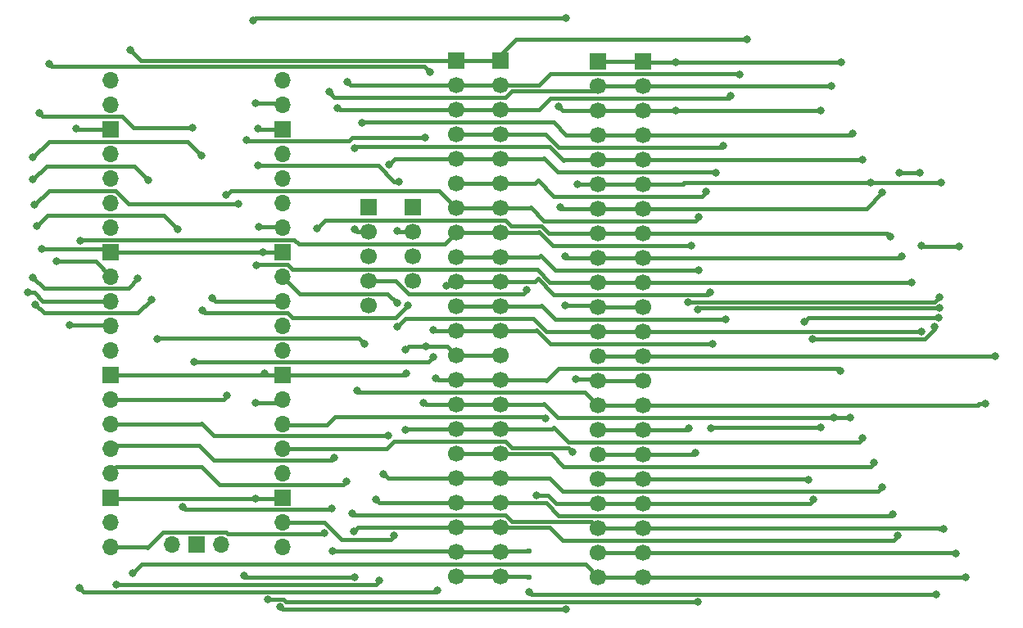
<source format=gbr>
%TF.GenerationSoftware,KiCad,Pcbnew,9.0.3-1.fc42*%
%TF.CreationDate,2025-11-28T05:18:47+00:00*%
%TF.ProjectId,qfp_1mm_44_pin,7166705f-316d-46d5-9f34-345f70696e2e,rev?*%
%TF.SameCoordinates,Original*%
%TF.FileFunction,Copper,L2,Bot*%
%TF.FilePolarity,Positive*%
%FSLAX46Y46*%
G04 Gerber Fmt 4.6, Leading zero omitted, Abs format (unit mm)*
G04 Created by KiCad (PCBNEW 9.0.3-1.fc42) date 2025-11-28 05:18:47*
%MOMM*%
%LPD*%
G01*
G04 APERTURE LIST*
%TA.AperFunction,ComponentPad*%
%ADD10O,1.700000X1.700000*%
%TD*%
%TA.AperFunction,ComponentPad*%
%ADD11R,1.700000X1.700000*%
%TD*%
%TA.AperFunction,ComponentPad*%
%ADD12C,1.700000*%
%TD*%
%TA.AperFunction,ViaPad*%
%ADD13C,0.800000*%
%TD*%
%TA.AperFunction,ViaPad*%
%ADD14C,0.600000*%
%TD*%
%TA.AperFunction,Conductor*%
%ADD15C,0.400000*%
%TD*%
G04 APERTURE END LIST*
D10*
%TO.P,U1,43,SWDIO*%
%TO.N,unconnected-(U1-SWDIO-Pad43)*%
X96630000Y-103920000D03*
D11*
%TO.P,U1,42,GND*%
%TO.N,unconnected-(U1-GND-Pad42)*%
X94090000Y-103920000D03*
D10*
%TO.P,U1,41,SWCLK*%
%TO.N,unconnected-(U1-SWCLK-Pad41)*%
X91550000Y-103920000D03*
%TO.P,U1,40,VBUS*%
%TO.N,unconnected-(U1-VBUS-Pad40)*%
X102980000Y-55890000D03*
%TO.P,U1,39,VSYS*%
%TO.N,+5V*%
X102980000Y-58430000D03*
D11*
%TO.P,U1,38,GND*%
%TO.N,GND*%
X102980000Y-60970000D03*
D10*
%TO.P,U1,37,3V3_EN*%
%TO.N,unconnected-(U1-3V3_EN-Pad37)*%
X102980000Y-63510000D03*
%TO.P,U1,36,3V3*%
%TO.N,unconnected-(U1-3V3-Pad36)*%
X102980000Y-66050000D03*
%TO.P,U1,35,ADC_VREF*%
%TO.N,unconnected-(U1-ADC_VREF-Pad35)*%
X102980000Y-68590000D03*
%TO.P,U1,34,GPIO28_ADC2*%
%TO.N,Net-(J5-Pin_2)*%
X102980000Y-71130000D03*
D11*
%TO.P,U1,33,AGND*%
%TO.N,GND*%
X102980000Y-73670000D03*
D10*
%TO.P,U1,32,GPIO27_ADC1*%
%TO.N,Net-(J5-Pin_3)*%
X102980000Y-76210000D03*
%TO.P,U1,31,GPIO26_ADC0*%
%TO.N,Net-(J5-Pin_4)*%
X102980000Y-78750000D03*
%TO.P,U1,30,RUN*%
%TO.N,unconnected-(U1-RUN-Pad30)*%
X102980000Y-81290000D03*
%TO.P,U1,29,GPIO22*%
%TO.N,A14*%
X102980000Y-83830000D03*
D11*
%TO.P,U1,28,GND*%
%TO.N,GND*%
X102980000Y-86370000D03*
D10*
%TO.P,U1,27,GPIO21*%
%TO.N,A13*%
X102980000Y-88910000D03*
%TO.P,U1,26,GPIO20*%
%TO.N,A12*%
X102980000Y-91450000D03*
%TO.P,U1,25,GPIO19*%
%TO.N,A11*%
X102980000Y-93990000D03*
%TO.P,U1,24,GPIO18*%
%TO.N,A10*%
X102980000Y-96530000D03*
D11*
%TO.P,U1,23,GND*%
%TO.N,GND*%
X102980000Y-99070000D03*
D10*
%TO.P,U1,22,GPIO17*%
%TO.N,A9*%
X102980000Y-101610000D03*
%TO.P,U1,21,GPIO16*%
%TO.N,A8*%
X102980000Y-104150000D03*
%TO.P,U1,20,GPIO15*%
%TO.N,A7*%
X85200000Y-104150000D03*
%TO.P,U1,19,GPIO14*%
%TO.N,A6*%
X85200000Y-101610000D03*
D11*
%TO.P,U1,18,GND*%
%TO.N,GND*%
X85200000Y-99070000D03*
D10*
%TO.P,U1,17,GPIO13*%
%TO.N,A5*%
X85200000Y-96530000D03*
%TO.P,U1,16,GPIO12*%
%TO.N,A4*%
X85200000Y-93990000D03*
%TO.P,U1,15,GPIO11*%
%TO.N,A3*%
X85200000Y-91450000D03*
%TO.P,U1,14,GPIO10*%
%TO.N,A2*%
X85200000Y-88910000D03*
D11*
%TO.P,U1,13,GND*%
%TO.N,GND*%
X85200000Y-86370000D03*
D10*
%TO.P,U1,12,GPIO9*%
%TO.N,A1*%
X85200000Y-83830000D03*
%TO.P,U1,11,GPIO8*%
%TO.N,A0*%
X85200000Y-81290000D03*
%TO.P,U1,10,GPIO7*%
%TO.N,Net-(U1-GPIO7)*%
X85200000Y-78750000D03*
%TO.P,U1,9,GPIO6*%
%TO.N,Net-(U1-GPIO6)*%
X85200000Y-76210000D03*
D11*
%TO.P,U1,8,GND*%
%TO.N,GND*%
X85200000Y-73670000D03*
D10*
%TO.P,U1,7,GPIO5*%
%TO.N,Net-(U1-GPIO5)*%
X85200000Y-71130000D03*
%TO.P,U1,6,GPIO4*%
%TO.N,Net-(U1-GPIO4)*%
X85200000Y-68590000D03*
%TO.P,U1,5,GPIO3*%
%TO.N,Net-(U1-GPIO3)*%
X85200000Y-66050000D03*
%TO.P,U1,4,GPIO2*%
%TO.N,Net-(U1-GPIO2)*%
X85200000Y-63510000D03*
D11*
%TO.P,U1,3,GND*%
%TO.N,GND*%
X85200000Y-60970000D03*
D10*
%TO.P,U1,2,GPIO1*%
%TO.N,Net-(U1-GPIO1)*%
X85200000Y-58430000D03*
%TO.P,U1,1,GPIO0*%
%TO.N,Net-(U1-GPIO0)*%
X85200000Y-55890000D03*
%TD*%
D11*
%TO.P,J6,1,Pin_1*%
%TO.N,CSA*%
X111890000Y-69080000D03*
D12*
%TO.P,J6,2,Pin_2*%
%TO.N,CSB*%
X111890000Y-71620000D03*
%TO.P,J6,3,Pin_3*%
%TO.N,OE*%
X111890000Y-74160000D03*
%TO.P,J6,4,Pin_4*%
%TO.N,CE*%
X111890000Y-76700000D03*
%TO.P,J6,5,Pin_5*%
%TO.N,CE3*%
X111890000Y-79240000D03*
%TD*%
D11*
%TO.P,J5,1,Pin_1*%
%TO.N,unconnected-(J5-Pin_1-Pad1)*%
X116480000Y-69080000D03*
D12*
%TO.P,J5,2,Pin_2*%
%TO.N,Net-(J5-Pin_2)*%
X116480000Y-71620000D03*
%TO.P,J5,3,Pin_3*%
%TO.N,Net-(J5-Pin_3)*%
X116480000Y-74160000D03*
%TO.P,J5,4,Pin_4*%
%TO.N,Net-(J5-Pin_4)*%
X116480000Y-76700000D03*
%TD*%
D11*
%TO.P,J4,1,Pin_1*%
%TO.N,A12*%
X140210000Y-53960000D03*
D12*
%TO.P,J4,2,Pin_2*%
%TO.N,A7*%
X140210000Y-56500000D03*
%TO.P,J4,3,Pin_3*%
%TO.N,A12*%
X140210000Y-59040000D03*
%TO.P,J4,4,Pin_4*%
%TO.N,CSA*%
X140210000Y-61580000D03*
%TO.P,J4,5,Pin_5*%
%TO.N,CSB*%
X140210000Y-64120000D03*
%TO.P,J4,6,Pin_6*%
%TO.N,A11*%
X140210000Y-66660000D03*
%TO.P,J4,7,Pin_7*%
%TO.N,+5V*%
X140210000Y-69200000D03*
%TO.P,J4,8,Pin_8*%
%TO.N,A14*%
X140210000Y-71740000D03*
%TO.P,J4,9,Pin_9*%
%TO.N,A8*%
X140210000Y-74280000D03*
%TO.P,J4,10,Pin_10*%
%TO.N,A13*%
X140210000Y-76820000D03*
%TO.P,J4,11,Pin_11*%
%TO.N,A8*%
X140210000Y-79360000D03*
%TO.P,J4,12,Pin_12*%
%TO.N,A9*%
X140210000Y-81900000D03*
%TO.P,J4,13,Pin_13*%
%TO.N,Net-(J3-Pin_13)*%
X140210000Y-84440000D03*
%TO.P,J4,14,Pin_14*%
%TO.N,A11*%
X140210000Y-86980000D03*
%TO.P,J4,15,Pin_15*%
%TO.N,OE*%
X140210000Y-89520000D03*
%TO.P,J4,16,Pin_16*%
%TO.N,Net-(J3-Pin_16)*%
X140210000Y-92060000D03*
%TO.P,J4,17,Pin_17*%
%TO.N,A10*%
X140210000Y-94600000D03*
%TO.P,J4,18,Pin_18*%
%TO.N,Net-(J3-Pin_18)*%
X140210000Y-97140000D03*
%TO.P,J4,19,Pin_19*%
%TO.N,CE*%
X140210000Y-99680000D03*
%TO.P,J4,20,Pin_20*%
%TO.N,D7*%
X140210000Y-102220000D03*
%TO.P,J4,21,Pin_21*%
%TO.N,Net-(J3-Pin_21)*%
X140210000Y-104760000D03*
%TO.P,J4,22,Pin_22*%
%TO.N,D6*%
X140210000Y-107300000D03*
%TD*%
D11*
%TO.P,J3,1,Pin_1*%
%TO.N,A12*%
X135620000Y-53960000D03*
D12*
%TO.P,J3,2,Pin_2*%
%TO.N,A7*%
X135620000Y-56500000D03*
%TO.P,J3,3,Pin_3*%
%TO.N,A12*%
X135620000Y-59040000D03*
%TO.P,J3,4,Pin_4*%
%TO.N,CSA*%
X135620000Y-61580000D03*
%TO.P,J3,5,Pin_5*%
%TO.N,CSB*%
X135620000Y-64120000D03*
%TO.P,J3,6,Pin_6*%
%TO.N,A11*%
X135620000Y-66660000D03*
%TO.P,J3,7,Pin_7*%
%TO.N,+5V*%
X135620000Y-69200000D03*
%TO.P,J3,8,Pin_8*%
%TO.N,A14*%
X135620000Y-71740000D03*
%TO.P,J3,9,Pin_9*%
%TO.N,A8*%
X135620000Y-74280000D03*
%TO.P,J3,10,Pin_10*%
%TO.N,A13*%
X135620000Y-76820000D03*
%TO.P,J3,11,Pin_11*%
%TO.N,A8*%
X135620000Y-79360000D03*
%TO.P,J3,12,Pin_12*%
%TO.N,A9*%
X135620000Y-81900000D03*
%TO.P,J3,13,Pin_13*%
%TO.N,Net-(J3-Pin_13)*%
X135620000Y-84440000D03*
%TO.P,J3,14,Pin_14*%
%TO.N,A11*%
X135620000Y-86980000D03*
%TO.P,J3,15,Pin_15*%
%TO.N,OE*%
X135620000Y-89520000D03*
%TO.P,J3,16,Pin_16*%
%TO.N,Net-(J3-Pin_16)*%
X135620000Y-92060000D03*
%TO.P,J3,17,Pin_17*%
%TO.N,A10*%
X135620000Y-94600000D03*
%TO.P,J3,18,Pin_18*%
%TO.N,Net-(J3-Pin_18)*%
X135620000Y-97140000D03*
%TO.P,J3,19,Pin_19*%
%TO.N,CE*%
X135620000Y-99680000D03*
%TO.P,J3,20,Pin_20*%
%TO.N,D7*%
X135620000Y-102220000D03*
%TO.P,J3,21,Pin_21*%
%TO.N,Net-(J3-Pin_21)*%
X135620000Y-104760000D03*
%TO.P,J3,22,Pin_22*%
%TO.N,D6*%
X135620000Y-107300000D03*
%TD*%
D11*
%TO.P,J2,1,Pin_1*%
%TO.N,A6*%
X125520000Y-53900000D03*
D12*
%TO.P,J2,2,Pin_2*%
%TO.N,A5*%
X125520000Y-56440000D03*
%TO.P,J2,3,Pin_3*%
%TO.N,A4*%
X125520000Y-58980000D03*
%TO.P,J2,4,Pin_4*%
%TO.N,Net-(J1-Pin_4)*%
X125520000Y-61520000D03*
%TO.P,J2,5,Pin_5*%
%TO.N,A3*%
X125520000Y-64060000D03*
%TO.P,J2,6,Pin_6*%
%TO.N,Net-(J1-Pin_6)*%
X125520000Y-66600000D03*
%TO.P,J2,7,Pin_7*%
%TO.N,A2*%
X125520000Y-69140000D03*
%TO.P,J2,8,Pin_8*%
%TO.N,A1*%
X125520000Y-71680000D03*
%TO.P,J2,9,Pin_9*%
%TO.N,Net-(J1-Pin_9)*%
X125520000Y-74220000D03*
%TO.P,J2,10,Pin_10*%
%TO.N,A0*%
X125520000Y-76760000D03*
%TO.P,J2,11,Pin_11*%
%TO.N,Net-(J1-Pin_11)*%
X125520000Y-79300000D03*
%TO.P,J2,12,Pin_12*%
%TO.N,D0*%
X125520000Y-81840000D03*
%TO.P,J2,13,Pin_13*%
%TO.N,D2*%
X125520000Y-84380000D03*
%TO.P,J2,14,Pin_14*%
%TO.N,D1*%
X125520000Y-86920000D03*
%TO.P,J2,15,Pin_15*%
%TO.N,D2*%
X125520000Y-89460000D03*
%TO.P,J2,16,Pin_16*%
%TO.N,GND*%
X125520000Y-92000000D03*
%TO.P,J2,17,Pin_17*%
%TO.N,Net-(J1-Pin_17)*%
X125520000Y-94540000D03*
%TO.P,J2,18,Pin_18*%
%TO.N,D3*%
X125520000Y-97080000D03*
%TO.P,J2,19,Pin_19*%
%TO.N,CE3*%
X125520000Y-99620000D03*
%TO.P,J2,20,Pin_20*%
%TO.N,D4*%
X125520000Y-102160000D03*
%TO.P,J2,21,Pin_21*%
%TO.N,D5*%
X125520000Y-104700000D03*
%TO.P,J2,22,Pin_22*%
X125520000Y-107240000D03*
%TD*%
D11*
%TO.P,J1,1,Pin_1*%
%TO.N,A6*%
X120930000Y-53900000D03*
D12*
%TO.P,J1,2,Pin_2*%
%TO.N,A5*%
X120930000Y-56440000D03*
%TO.P,J1,3,Pin_3*%
%TO.N,A4*%
X120930000Y-58980000D03*
%TO.P,J1,4,Pin_4*%
%TO.N,Net-(J1-Pin_4)*%
X120930000Y-61520000D03*
%TO.P,J1,5,Pin_5*%
%TO.N,A3*%
X120930000Y-64060000D03*
%TO.P,J1,6,Pin_6*%
%TO.N,Net-(J1-Pin_6)*%
X120930000Y-66600000D03*
%TO.P,J1,7,Pin_7*%
%TO.N,A2*%
X120930000Y-69140000D03*
%TO.P,J1,8,Pin_8*%
%TO.N,A1*%
X120930000Y-71680000D03*
%TO.P,J1,9,Pin_9*%
%TO.N,Net-(J1-Pin_9)*%
X120930000Y-74220000D03*
%TO.P,J1,10,Pin_10*%
%TO.N,A0*%
X120930000Y-76760000D03*
%TO.P,J1,11,Pin_11*%
%TO.N,Net-(J1-Pin_11)*%
X120930000Y-79300000D03*
%TO.P,J1,12,Pin_12*%
%TO.N,D0*%
X120930000Y-81840000D03*
%TO.P,J1,13,Pin_13*%
%TO.N,D2*%
X120930000Y-84380000D03*
%TO.P,J1,14,Pin_14*%
%TO.N,D1*%
X120930000Y-86920000D03*
%TO.P,J1,15,Pin_15*%
%TO.N,D2*%
X120930000Y-89460000D03*
%TO.P,J1,16,Pin_16*%
%TO.N,GND*%
X120930000Y-92000000D03*
%TO.P,J1,17,Pin_17*%
%TO.N,Net-(J1-Pin_17)*%
X120930000Y-94540000D03*
%TO.P,J1,18,Pin_18*%
%TO.N,D3*%
X120930000Y-97080000D03*
%TO.P,J1,19,Pin_19*%
%TO.N,CE3*%
X120930000Y-99620000D03*
%TO.P,J1,20,Pin_20*%
%TO.N,D4*%
X120930000Y-102160000D03*
%TO.P,J1,21,Pin_21*%
%TO.N,D5*%
X120930000Y-104700000D03*
%TO.P,J1,22,Pin_22*%
X120930000Y-107240000D03*
%TD*%
D13*
%TO.N,GND*%
X81661000Y-60960000D03*
X78105000Y-73406000D03*
%TO.N,Net-(U1-GPIO7)*%
X76708000Y-77851000D03*
%TO.N,Net-(U1-GPIO6)*%
X79629000Y-74676000D03*
%TO.N,D1*%
X77851000Y-59309000D03*
%TO.N,D2*%
X77216000Y-63881000D03*
%TO.N,D3*%
X77216000Y-66167000D03*
%TO.N,D4*%
X77343000Y-68834000D03*
%TO.N,D5*%
X77597000Y-70993000D03*
%TO.N,D6*%
X77216000Y-76327000D03*
%TO.N,D7*%
X77470000Y-79121000D03*
%TO.N,D0*%
X78867000Y-54229000D03*
%TO.N,GND*%
X100457000Y-60960000D03*
%TO.N,+5V*%
X132334000Y-49530000D03*
X131699000Y-69088000D03*
X99949000Y-49784000D03*
X100203000Y-58293000D03*
%TO.N,Net-(J5-Pin_4)*%
X117729000Y-61849000D03*
X99314000Y-62103000D03*
X95758000Y-78486000D03*
%TO.N,Net-(J5-Pin_3)*%
X114846000Y-78994000D03*
%TO.N,GND*%
X100965000Y-73670000D03*
%TO.N,A0*%
X118999000Y-108712000D03*
X82042000Y-108458000D03*
X81026000Y-81280000D03*
X119939085Y-77211000D03*
%TO.N,Net-(J5-Pin_2)*%
X114846000Y-71501000D03*
X100584000Y-71120000D03*
X100457000Y-64770000D03*
X115062000Y-66421000D03*
%TO.N,A1*%
X82058703Y-72475575D03*
%TO.N,D0*%
X118237000Y-55118000D03*
X118618000Y-81788000D03*
%TO.N,D2*%
X115697000Y-83820000D03*
X94742000Y-79756000D03*
X94653000Y-63754000D03*
X115951000Y-79248000D03*
X117856000Y-83439000D03*
X117602000Y-89281000D03*
%TO.N,D1*%
X118618000Y-84582000D03*
X118872000Y-86741000D03*
X93853000Y-85090000D03*
X93726000Y-60833000D03*
%TO.N,GND*%
X100203000Y-99187000D03*
X101130000Y-86233000D03*
X115824000Y-86233000D03*
X115697000Y-92075000D03*
%TO.N,A10*%
X145923000Y-109893000D03*
X101473000Y-109601000D03*
%TO.N,CE*%
X128270000Y-77597000D03*
X129286000Y-98820000D03*
%TO.N,A11*%
X133007000Y-94361000D03*
X133350000Y-86868000D03*
X133477000Y-66675000D03*
%TO.N,A8*%
X102743000Y-110363000D03*
X132334000Y-110617000D03*
%TO.N,A13*%
X100330000Y-75057000D03*
X100203000Y-89281000D03*
%TO.N,A14*%
X106515000Y-71247000D03*
%TO.N,A9*%
X114846000Y-81407000D03*
X114554000Y-102997000D03*
%TO.N,D3*%
X85852000Y-108077000D03*
X113449000Y-96647000D03*
X89154000Y-66294000D03*
X113030000Y-107696000D03*
%TO.N,CE3*%
X112649000Y-99314000D03*
%TO.N,D4*%
X99060000Y-107188000D03*
X98425000Y-68707000D03*
X110363000Y-102616000D03*
X110490000Y-107315000D03*
%TO.N,D7*%
X90043000Y-82677000D03*
X110236000Y-100711000D03*
X111439000Y-83185000D03*
X89412000Y-78613000D03*
%TO.N,D5*%
X92202000Y-71374000D03*
X92710000Y-100076000D03*
X108204000Y-104648000D03*
X108115000Y-100203000D03*
%TO.N,D6*%
X88049000Y-76454000D03*
X87503000Y-106934000D03*
%TO.N,A2*%
X97282000Y-88519000D03*
X97155000Y-67818000D03*
%TO.N,OE*%
X110744000Y-88011000D03*
%TO.N,A12*%
X131572000Y-58674000D03*
X130175000Y-90932000D03*
%TO.N,A7*%
X107823000Y-57150000D03*
X107315000Y-102743000D03*
%TO.N,A3*%
X114046000Y-64643000D03*
X113919000Y-92710000D03*
%TO.N,A4*%
X108712000Y-58801000D03*
X108331000Y-94996000D03*
%TO.N,A5*%
X109601000Y-97409000D03*
X109728000Y-56134000D03*
%TO.N,A6*%
X87249000Y-52832000D03*
%TO.N,D0*%
X147320000Y-91948000D03*
X158623000Y-91821000D03*
X147447000Y-83185000D03*
%TO.N,D2*%
X160020000Y-90805000D03*
%TO.N,D1*%
X160655000Y-85979000D03*
%TO.N,D2*%
X161671000Y-90805000D03*
%TO.N,GND*%
X162941000Y-92964000D03*
%TO.N,Net-(J1-Pin_17)*%
X164100000Y-95504000D03*
%TO.N,D3*%
X164973000Y-98044000D03*
%TO.N,CE3*%
X166100000Y-100838000D03*
%TO.N,D4*%
X166624000Y-103020000D03*
%TO.N,D5*%
X128524000Y-108839000D03*
X170561000Y-109093000D03*
%TO.N,D7*%
X171323000Y-102362000D03*
%TO.N,Net-(J3-Pin_21)*%
X172593000Y-104902000D03*
%TO.N,D6*%
X173609000Y-107315000D03*
%TO.N,CE*%
X170428698Y-81420235D03*
X157772000Y-82700000D03*
X157861000Y-99314000D03*
%TO.N,Net-(J3-Pin_18)*%
X156972000Y-80899000D03*
X157353000Y-97282000D03*
X170800578Y-80491951D03*
%TO.N,A10*%
X145923000Y-79671000D03*
X170942000Y-79502000D03*
X145669000Y-94488000D03*
%TO.N,Net-(J3-Pin_16)*%
X144907000Y-78871000D03*
X170942000Y-78359000D03*
X145034000Y-91948000D03*
%TO.N,OE*%
X175641000Y-89408000D03*
%TO.N,Net-(J3-Pin_13)*%
X176657000Y-84455000D03*
%TO.N,A9*%
X172974000Y-73152000D03*
X169037000Y-81915000D03*
X169037000Y-73025000D03*
%TO.N,A11*%
X171069000Y-66548000D03*
%TO.N,A8*%
X166751000Y-65532000D03*
X168910000Y-65532000D03*
%TO.N,A13*%
X168021000Y-76835000D03*
%TO.N,A8*%
X132207000Y-79248000D03*
X132207000Y-74168000D03*
X167005000Y-74168000D03*
%TO.N,A14*%
X165862000Y-72136000D03*
%TO.N,+5V*%
X164973000Y-67564000D03*
%TO.N,A11*%
X163830000Y-66548000D03*
%TO.N,CSB*%
X162941000Y-64135000D03*
%TO.N,CSA*%
X161925000Y-61468000D03*
%TO.N,A12*%
X160782000Y-54102000D03*
%TO.N,A7*%
X159766000Y-56515000D03*
%TO.N,A12*%
X158623000Y-59055000D03*
%TO.N,Net-(J1-Pin_11)*%
X148844000Y-80645000D03*
%TO.N,A0*%
X147193000Y-77851000D03*
%TO.N,Net-(J1-Pin_9)*%
X146050000Y-75565000D03*
%TO.N,A1*%
X145212000Y-73025000D03*
%TO.N,A2*%
X146012000Y-70104000D03*
%TO.N,Net-(J1-Pin_6)*%
X146812000Y-67437000D03*
%TO.N,A3*%
X147752000Y-65532000D03*
%TO.N,Net-(J1-Pin_4)*%
X148552000Y-62738000D03*
%TO.N,A4*%
X149352000Y-57531000D03*
%TO.N,A5*%
X150241000Y-55372000D03*
%TO.N,A6*%
X151003000Y-51689000D03*
%TO.N,CSA*%
X111252000Y-60325000D03*
%TO.N,CSB*%
X110490000Y-71374000D03*
X110490000Y-62992000D03*
%TO.N,A12*%
X143637000Y-54102000D03*
X143637000Y-59055000D03*
D14*
%TO.N,D5*%
X128524000Y-104648000D03*
X128524000Y-107315000D03*
%TD*%
D15*
%TO.N,GND*%
X78105000Y-73406000D02*
X84936000Y-73406000D01*
X85200000Y-60970000D02*
X81671000Y-60970000D01*
X81671000Y-60970000D02*
X81661000Y-60960000D01*
X84936000Y-73406000D02*
X85200000Y-73670000D01*
%TO.N,Net-(U1-GPIO7)*%
X76708000Y-77851000D02*
X77332786Y-77851000D01*
X77332786Y-77851000D02*
X78231786Y-78750000D01*
X78231786Y-78750000D02*
X85200000Y-78750000D01*
%TO.N,Net-(U1-GPIO6)*%
X79629000Y-74676000D02*
X83666000Y-74676000D01*
X83666000Y-74676000D02*
X85200000Y-76210000D01*
%TO.N,D1*%
X78223000Y-59681000D02*
X77851000Y-59309000D01*
X86413000Y-59681000D02*
X78223000Y-59681000D01*
X87565000Y-60833000D02*
X86413000Y-59681000D01*
X93726000Y-60833000D02*
X87565000Y-60833000D01*
%TO.N,D2*%
X78838000Y-62259000D02*
X77216000Y-63881000D01*
X93158000Y-62259000D02*
X78838000Y-62259000D01*
X94653000Y-63754000D02*
X93158000Y-62259000D01*
%TO.N,D3*%
X78584000Y-64799000D02*
X77216000Y-66167000D01*
X87659000Y-64799000D02*
X78584000Y-64799000D01*
X89154000Y-66294000D02*
X87659000Y-64799000D01*
%TO.N,D4*%
X78838000Y-67339000D02*
X77343000Y-68834000D01*
X85718182Y-67339000D02*
X78838000Y-67339000D01*
X87086182Y-68707000D02*
X85718182Y-67339000D01*
X98425000Y-68707000D02*
X87086182Y-68707000D01*
%TO.N,D5*%
X78711000Y-69879000D02*
X77597000Y-70993000D01*
X90707000Y-69879000D02*
X78711000Y-69879000D01*
X92202000Y-71374000D02*
X90707000Y-69879000D01*
%TO.N,D6*%
X78350000Y-77461000D02*
X77216000Y-76327000D01*
X87042000Y-77461000D02*
X78350000Y-77461000D01*
X88049000Y-76454000D02*
X87042000Y-77461000D01*
%TO.N,D7*%
X78350000Y-80001000D02*
X77470000Y-79121000D01*
X88024000Y-80001000D02*
X78350000Y-80001000D01*
X89412000Y-78613000D02*
X88024000Y-80001000D01*
%TO.N,D0*%
X79139000Y-54501000D02*
X78867000Y-54229000D01*
X86589000Y-54501000D02*
X79139000Y-54501000D01*
%TO.N,GND*%
X100467000Y-60970000D02*
X100457000Y-60960000D01*
X102980000Y-60970000D02*
X100467000Y-60970000D01*
%TO.N,+5V*%
X131811000Y-69200000D02*
X131699000Y-69088000D01*
X135620000Y-69200000D02*
X131811000Y-69200000D01*
X102843000Y-58293000D02*
X102980000Y-58430000D01*
X132334000Y-49530000D02*
X100203000Y-49530000D01*
X100203000Y-49530000D02*
X99949000Y-49784000D01*
X100203000Y-58293000D02*
X102843000Y-58293000D01*
%TO.N,Net-(J5-Pin_4)*%
X95758000Y-78486000D02*
X96022000Y-78750000D01*
X109864000Y-62221000D02*
X99432000Y-62221000D01*
X117729000Y-61849000D02*
X110236000Y-61849000D01*
X99432000Y-62221000D02*
X99314000Y-62103000D01*
X110236000Y-61849000D02*
X109864000Y-62221000D01*
X96022000Y-78750000D02*
X102980000Y-78750000D01*
%TO.N,CE*%
X111890000Y-76700000D02*
X114710818Y-76700000D01*
X114710818Y-76700000D02*
X116021818Y-78011000D01*
X116021818Y-78011000D02*
X127856000Y-78011000D01*
X127856000Y-78011000D02*
X128270000Y-77597000D01*
%TO.N,Net-(J5-Pin_3)*%
X114846000Y-78994000D02*
X113841000Y-77989000D01*
X113841000Y-77989000D02*
X104759000Y-77989000D01*
X104759000Y-77989000D02*
X102980000Y-76210000D01*
%TO.N,GND*%
X102980000Y-73670000D02*
X100965000Y-73670000D01*
X100965000Y-73670000D02*
X85200000Y-73670000D01*
X101130000Y-86233000D02*
X100993000Y-86370000D01*
X100993000Y-86370000D02*
X85200000Y-86370000D01*
X100203000Y-99187000D02*
X85317000Y-99187000D01*
X85317000Y-99187000D02*
X85200000Y-99070000D01*
%TO.N,A0*%
X86261786Y-108800000D02*
X86183786Y-108878000D01*
X118999000Y-108712000D02*
X118911000Y-108800000D01*
X120930000Y-76760000D02*
X120390085Y-76760000D01*
X85190000Y-81280000D02*
X85200000Y-81290000D01*
X86183786Y-108878000D02*
X82462000Y-108878000D01*
X120390085Y-76760000D02*
X119939085Y-77211000D01*
X118911000Y-108800000D02*
X86261786Y-108800000D01*
X82462000Y-108878000D02*
X82042000Y-108458000D01*
X81026000Y-81280000D02*
X85190000Y-81280000D01*
%TO.N,Net-(J5-Pin_2)*%
X112903000Y-64770000D02*
X100457000Y-64770000D01*
X114554000Y-66421000D02*
X112903000Y-64770000D01*
X115062000Y-66421000D02*
X114554000Y-66421000D01*
X114965000Y-71620000D02*
X114846000Y-71501000D01*
X102970000Y-71120000D02*
X102980000Y-71130000D01*
X116480000Y-71620000D02*
X114965000Y-71620000D01*
X100584000Y-71120000D02*
X102970000Y-71120000D01*
%TO.N,A1*%
X82134366Y-72399912D02*
X82058703Y-72475575D01*
X104211912Y-72399912D02*
X82134366Y-72399912D01*
X104683000Y-72871000D02*
X104211912Y-72399912D01*
X119739000Y-72871000D02*
X104683000Y-72871000D01*
X120930000Y-71680000D02*
X119739000Y-72871000D01*
%TO.N,D0*%
X120930000Y-81840000D02*
X118670000Y-81840000D01*
X118670000Y-81840000D02*
X118618000Y-81788000D01*
X118237000Y-55118000D02*
X117620000Y-54501000D01*
X117620000Y-54501000D02*
X86589000Y-54501000D01*
%TO.N,D2*%
X115951000Y-79248000D02*
X114708000Y-80491000D01*
X103498182Y-80001000D02*
X94987000Y-80001000D01*
X114708000Y-80491000D02*
X103988182Y-80491000D01*
X116078000Y-83439000D02*
X115697000Y-83820000D01*
X117856000Y-83439000D02*
X116078000Y-83439000D01*
X94987000Y-80001000D02*
X94742000Y-79756000D01*
X103988182Y-80491000D02*
X103498182Y-80001000D01*
X117856000Y-83439000D02*
X119989000Y-83439000D01*
X120930000Y-89460000D02*
X117781000Y-89460000D01*
X119989000Y-83439000D02*
X120930000Y-84380000D01*
X117781000Y-89460000D02*
X117602000Y-89281000D01*
%TO.N,D1*%
X120930000Y-86920000D02*
X119051000Y-86920000D01*
X118618000Y-84582000D02*
X118110000Y-85090000D01*
X118110000Y-85090000D02*
X93853000Y-85090000D01*
X119051000Y-86920000D02*
X118872000Y-86741000D01*
%TO.N,Net-(U1-GPIO1)*%
X85317000Y-58547000D02*
X85200000Y-58430000D01*
%TO.N,GND*%
X102980000Y-86370000D02*
X101267000Y-86370000D01*
X101267000Y-86370000D02*
X101130000Y-86233000D01*
X100203000Y-99187000D02*
X102863000Y-99187000D01*
X102863000Y-99187000D02*
X102980000Y-99070000D01*
X120930000Y-92000000D02*
X115772000Y-92000000D01*
X115772000Y-92000000D02*
X115697000Y-92075000D01*
X115824000Y-86233000D02*
X115687000Y-86370000D01*
X115687000Y-86370000D02*
X102980000Y-86370000D01*
%TO.N,A10*%
X145846000Y-109816000D02*
X103328786Y-109816000D01*
X103328786Y-109816000D02*
X103074786Y-109562000D01*
X145923000Y-109893000D02*
X145846000Y-109816000D01*
X103074786Y-109562000D02*
X101512000Y-109562000D01*
X101512000Y-109562000D02*
X101473000Y-109601000D01*
%TO.N,CE*%
X135620000Y-99680000D02*
X131303000Y-99680000D01*
X131303000Y-99680000D02*
X130443000Y-98820000D01*
X130443000Y-98820000D02*
X129286000Y-98820000D01*
%TO.N,A11*%
X126688182Y-93939000D02*
X126038182Y-93289000D01*
X133007000Y-94361000D02*
X132585000Y-93939000D01*
X132585000Y-93939000D02*
X126688182Y-93939000D01*
X126038182Y-93289000D02*
X114472786Y-93289000D01*
X114472786Y-93289000D02*
X113771786Y-93990000D01*
X113771786Y-93990000D02*
X102980000Y-93990000D01*
X135508000Y-86868000D02*
X135620000Y-86980000D01*
X135620000Y-66660000D02*
X133492000Y-66660000D01*
X133492000Y-66660000D02*
X133477000Y-66675000D01*
X133350000Y-86868000D02*
X135508000Y-86868000D01*
%TO.N,A8*%
X102997000Y-110617000D02*
X102743000Y-110363000D01*
X132334000Y-110617000D02*
X102997000Y-110617000D01*
%TO.N,A13*%
X129317942Y-75509000D02*
X117058182Y-75509000D01*
X102609000Y-89281000D02*
X102980000Y-88910000D01*
X117058182Y-75509000D02*
X116998182Y-75449000D01*
X135620000Y-76820000D02*
X130628942Y-76820000D01*
X116998182Y-75449000D02*
X104002000Y-75449000D01*
X104002000Y-75449000D02*
X103512000Y-74959000D01*
X103512000Y-74959000D02*
X100428000Y-74959000D01*
X100428000Y-74959000D02*
X100330000Y-75057000D01*
X100203000Y-89281000D02*
X102609000Y-89281000D01*
X130628942Y-76820000D02*
X129317942Y-75509000D01*
%TO.N,A14*%
X107393000Y-70369000D02*
X106515000Y-71247000D01*
X117598000Y-70369000D02*
X107393000Y-70369000D01*
X126038182Y-70429000D02*
X117658000Y-70429000D01*
X126610591Y-71001409D02*
X126038182Y-70429000D01*
X129763351Y-71001409D02*
X126610591Y-71001409D01*
X117658000Y-70429000D02*
X117598000Y-70369000D01*
X130501942Y-71740000D02*
X129763351Y-71001409D01*
X135620000Y-71740000D02*
X130501942Y-71740000D01*
%TO.N,A9*%
X128936942Y-80589000D02*
X115664000Y-80589000D01*
X114554000Y-102997000D02*
X114134000Y-103417000D01*
X107314786Y-101610000D02*
X102980000Y-101610000D01*
X115664000Y-80589000D02*
X114846000Y-81407000D01*
X130247942Y-81900000D02*
X128936942Y-80589000D01*
X135620000Y-81900000D02*
X130247942Y-81900000D01*
X114134000Y-103417000D02*
X109121786Y-103417000D01*
X109121786Y-103417000D02*
X107314786Y-101610000D01*
%TO.N,D3*%
X113882000Y-97080000D02*
X113449000Y-96647000D01*
X113030000Y-107696000D02*
X112610000Y-108116000D01*
X85891000Y-108116000D02*
X85852000Y-108077000D01*
X112610000Y-108116000D02*
X85891000Y-108116000D01*
X120930000Y-97080000D02*
X113882000Y-97080000D01*
%TO.N,CE3*%
X112955000Y-99620000D02*
X112649000Y-99314000D01*
X120930000Y-99620000D02*
X112955000Y-99620000D01*
%TO.N,D4*%
X110490000Y-107315000D02*
X99187000Y-107315000D01*
X120930000Y-102160000D02*
X110819000Y-102160000D01*
X110819000Y-102160000D02*
X110363000Y-102616000D01*
X99187000Y-107315000D02*
X99060000Y-107188000D01*
%TO.N,Net-(U1-GPIO4)*%
X85317000Y-68707000D02*
X85200000Y-68590000D01*
%TO.N,D7*%
X110396000Y-100871000D02*
X110236000Y-100711000D01*
X90141000Y-82579000D02*
X90043000Y-82677000D01*
X134959000Y-101559000D02*
X126726182Y-101559000D01*
X111439000Y-83185000D02*
X110833000Y-82579000D01*
X135620000Y-102220000D02*
X134959000Y-101559000D01*
X110833000Y-82579000D02*
X90141000Y-82579000D01*
X126726182Y-101559000D02*
X126038182Y-100871000D01*
X126038182Y-100871000D02*
X110396000Y-100871000D01*
%TO.N,D5*%
X107997000Y-100321000D02*
X92955000Y-100321000D01*
X120878000Y-104648000D02*
X108204000Y-104648000D01*
X108115000Y-100203000D02*
X107997000Y-100321000D01*
X120930000Y-104700000D02*
X120878000Y-104648000D01*
X92955000Y-100321000D02*
X92710000Y-100076000D01*
%TO.N,Net-(U1-GPIO5)*%
X85444000Y-71374000D02*
X85200000Y-71130000D01*
%TO.N,Net-(U1-GPIO6)*%
X85444000Y-76454000D02*
X85200000Y-76210000D01*
%TO.N,D6*%
X135620000Y-107300000D02*
X134309000Y-105989000D01*
X134309000Y-105989000D02*
X88448000Y-105989000D01*
X88448000Y-105989000D02*
X87503000Y-106934000D01*
%TO.N,A2*%
X120930000Y-69140000D02*
X119129000Y-67339000D01*
X119129000Y-67339000D02*
X97634000Y-67339000D01*
X97634000Y-67339000D02*
X97155000Y-67818000D01*
X97282000Y-88519000D02*
X96891000Y-88910000D01*
X96891000Y-88910000D02*
X85200000Y-88910000D01*
%TO.N,OE*%
X110904000Y-88171000D02*
X110744000Y-88011000D01*
X134271000Y-88171000D02*
X110904000Y-88171000D01*
X135620000Y-89520000D02*
X134271000Y-88171000D01*
%TO.N,A12*%
X108387000Y-90749000D02*
X107569000Y-91567000D01*
X130175000Y-90932000D02*
X129992000Y-90749000D01*
X129992000Y-90749000D02*
X108387000Y-90749000D01*
X107569000Y-91567000D02*
X103097000Y-91567000D01*
X131938000Y-59040000D02*
X131572000Y-58674000D01*
X135620000Y-59040000D02*
X131938000Y-59040000D01*
X103097000Y-91567000D02*
X102980000Y-91450000D01*
%TO.N,A7*%
X108364000Y-57691000D02*
X107823000Y-57150000D01*
X90625000Y-102669000D02*
X89027000Y-104267000D01*
X126038182Y-57691000D02*
X108364000Y-57691000D01*
X126688182Y-57041000D02*
X126038182Y-57691000D01*
X107315000Y-102743000D02*
X107197000Y-102861000D01*
X135079000Y-57041000D02*
X126688182Y-57041000D01*
X97148182Y-102669000D02*
X90625000Y-102669000D01*
X107197000Y-102861000D02*
X97340182Y-102861000D01*
X97340182Y-102861000D02*
X97148182Y-102669000D01*
X135620000Y-56500000D02*
X135079000Y-57041000D01*
X89027000Y-104267000D02*
X88910000Y-104150000D01*
X88910000Y-104150000D02*
X85200000Y-104150000D01*
%TO.N,A3*%
X94615000Y-91440000D02*
X94605000Y-91450000D01*
X95885000Y-92710000D02*
X94615000Y-91440000D01*
X114629000Y-64060000D02*
X114046000Y-64643000D01*
X94605000Y-91450000D02*
X85200000Y-91450000D01*
X120930000Y-64060000D02*
X114629000Y-64060000D01*
X113919000Y-92710000D02*
X95885000Y-92710000D01*
%TO.N,A4*%
X95876000Y-95241000D02*
X94361000Y-93726000D01*
X108331000Y-94996000D02*
X108086000Y-95241000D01*
X108086000Y-95241000D02*
X95876000Y-95241000D01*
X108891000Y-58980000D02*
X108712000Y-58801000D01*
X120930000Y-58980000D02*
X108891000Y-58980000D01*
X94361000Y-93726000D02*
X85464000Y-93726000D01*
X85464000Y-93726000D02*
X85200000Y-93990000D01*
%TO.N,A5*%
X96511000Y-97781000D02*
X94615000Y-95885000D01*
X94615000Y-95885000D02*
X85845000Y-95885000D01*
X85845000Y-95885000D02*
X85200000Y-96530000D01*
X120930000Y-56440000D02*
X110034000Y-56440000D01*
X110034000Y-56440000D02*
X109728000Y-56134000D01*
X109601000Y-97409000D02*
X109229000Y-97781000D01*
X109229000Y-97781000D02*
X96511000Y-97781000D01*
%TO.N,A6*%
X120930000Y-53900000D02*
X88317000Y-53900000D01*
X88317000Y-53900000D02*
X87249000Y-52832000D01*
%TO.N,D0*%
X147447000Y-91821000D02*
X147320000Y-91948000D01*
X147447000Y-83185000D02*
X130683000Y-83185000D01*
X158623000Y-91821000D02*
X147447000Y-91821000D01*
X129286000Y-81788000D02*
X129234000Y-81840000D01*
X129234000Y-81840000D02*
X125520000Y-81840000D01*
X130683000Y-83185000D02*
X129286000Y-81788000D01*
%TO.N,D2*%
X161671000Y-90805000D02*
X160020000Y-90805000D01*
%TO.N,D1*%
X131568000Y-85729000D02*
X130302000Y-86995000D01*
X160405000Y-85729000D02*
X131568000Y-85729000D01*
X160655000Y-85979000D02*
X160405000Y-85729000D01*
X130302000Y-86995000D02*
X130227000Y-86920000D01*
X130227000Y-86920000D02*
X125520000Y-86920000D01*
%TO.N,D2*%
X131445000Y-90805000D02*
X130048000Y-89408000D01*
X160020000Y-90805000D02*
X131445000Y-90805000D01*
X129996000Y-89460000D02*
X125520000Y-89460000D01*
X130048000Y-89408000D02*
X129996000Y-89460000D01*
%TO.N,GND*%
X132554000Y-93311000D02*
X131064000Y-91821000D01*
X131064000Y-91821000D02*
X130885000Y-92000000D01*
X162941000Y-92964000D02*
X162594000Y-93311000D01*
X162594000Y-93311000D02*
X132554000Y-93311000D01*
X130885000Y-92000000D02*
X125520000Y-92000000D01*
%TO.N,Net-(J1-Pin_17)*%
X130735000Y-94540000D02*
X125520000Y-94540000D01*
X164100000Y-95504000D02*
X163753000Y-95851000D01*
X163753000Y-95851000D02*
X132046000Y-95851000D01*
X132046000Y-95851000D02*
X130735000Y-94540000D01*
%TO.N,D3*%
X164973000Y-98044000D02*
X164592000Y-98425000D01*
X164592000Y-98425000D02*
X131953000Y-98425000D01*
X131953000Y-98425000D02*
X130608000Y-97080000D01*
X130608000Y-97080000D02*
X125520000Y-97080000D01*
%TO.N,CE3*%
X166100000Y-100838000D02*
X166007000Y-100931000D01*
X166007000Y-100931000D02*
X131538000Y-100931000D01*
X131538000Y-100931000D02*
X130227000Y-99620000D01*
X130227000Y-99620000D02*
X125520000Y-99620000D01*
%TO.N,D4*%
X130608000Y-102160000D02*
X125520000Y-102160000D01*
X166624000Y-103020000D02*
X166135000Y-103509000D01*
X166135000Y-103509000D02*
X131957000Y-103509000D01*
X131957000Y-103509000D02*
X130608000Y-102160000D01*
%TO.N,D5*%
X128778000Y-109093000D02*
X128524000Y-108839000D01*
X170561000Y-109093000D02*
X128778000Y-109093000D01*
%TO.N,D7*%
X170942000Y-102362000D02*
X170800000Y-102220000D01*
X170800000Y-102220000D02*
X140210000Y-102220000D01*
X171323000Y-102362000D02*
X170942000Y-102362000D01*
%TO.N,Net-(J3-Pin_21)*%
X172593000Y-104902000D02*
X172339000Y-104902000D01*
X172339000Y-104902000D02*
X172197000Y-104760000D01*
X172197000Y-104760000D02*
X140210000Y-104760000D01*
%TO.N,D6*%
X173609000Y-107315000D02*
X173594000Y-107300000D01*
X173594000Y-107300000D02*
X140210000Y-107300000D01*
%TO.N,CE*%
X157788000Y-82716000D02*
X157772000Y-82700000D01*
X170428698Y-81656088D02*
X169368786Y-82716000D01*
X170428698Y-81420235D02*
X170428698Y-81656088D01*
X157495000Y-99680000D02*
X140210000Y-99680000D01*
X169368786Y-82716000D02*
X157788000Y-82716000D01*
X157861000Y-99314000D02*
X157495000Y-99680000D01*
%TO.N,Net-(J3-Pin_18)*%
X157379049Y-80491951D02*
X156972000Y-80899000D01*
X157211000Y-97140000D02*
X140210000Y-97140000D01*
X157353000Y-97282000D02*
X157211000Y-97140000D01*
X170800578Y-80491951D02*
X157379049Y-80491951D01*
%TO.N,A10*%
X170942000Y-79502000D02*
X146092000Y-79502000D01*
X146092000Y-79502000D02*
X145923000Y-79671000D01*
X145669000Y-94488000D02*
X145557000Y-94600000D01*
X145557000Y-94600000D02*
X140210000Y-94600000D01*
%TO.N,Net-(J3-Pin_16)*%
X144922000Y-92060000D02*
X140210000Y-92060000D01*
X170430000Y-78871000D02*
X144907000Y-78871000D01*
X145034000Y-91948000D02*
X144922000Y-92060000D01*
X170942000Y-78359000D02*
X170430000Y-78871000D01*
%TO.N,OE*%
X174894000Y-89520000D02*
X140210000Y-89520000D01*
X175006000Y-89408000D02*
X174894000Y-89520000D01*
X175641000Y-89408000D02*
X175006000Y-89408000D01*
%TO.N,Net-(J3-Pin_13)*%
X176657000Y-84455000D02*
X175641000Y-84455000D01*
X175641000Y-84455000D02*
X175626000Y-84440000D01*
X175626000Y-84440000D02*
X140210000Y-84440000D01*
%TO.N,A9*%
X172974000Y-73152000D02*
X169164000Y-73152000D01*
X169037000Y-81915000D02*
X169022000Y-81900000D01*
X169164000Y-73152000D02*
X169037000Y-73025000D01*
X169022000Y-81900000D02*
X140210000Y-81900000D01*
%TO.N,A11*%
X171069000Y-66548000D02*
X163830000Y-66548000D01*
%TO.N,A8*%
X168910000Y-65532000D02*
X166751000Y-65532000D01*
%TO.N,A13*%
X168021000Y-76835000D02*
X168006000Y-76820000D01*
X168006000Y-76820000D02*
X140210000Y-76820000D01*
%TO.N,A8*%
X135620000Y-74280000D02*
X132319000Y-74280000D01*
X132319000Y-74280000D02*
X132207000Y-74168000D01*
X132207000Y-79248000D02*
X135508000Y-79248000D01*
X135508000Y-79248000D02*
X135620000Y-79360000D01*
X167005000Y-74168000D02*
X166893000Y-74280000D01*
X166893000Y-74280000D02*
X140210000Y-74280000D01*
%TO.N,A14*%
X165466000Y-71740000D02*
X140210000Y-71740000D01*
X165862000Y-72136000D02*
X165466000Y-71740000D01*
%TO.N,+5V*%
X164973000Y-67564000D02*
X163337000Y-69200000D01*
X163337000Y-69200000D02*
X140210000Y-69200000D01*
%TO.N,A11*%
X140210000Y-66660000D02*
X135620000Y-66660000D01*
X163830000Y-66548000D02*
X144526000Y-66548000D01*
X144526000Y-66548000D02*
X144414000Y-66660000D01*
X144414000Y-66660000D02*
X140210000Y-66660000D01*
%TO.N,CSB*%
X162926000Y-64120000D02*
X140210000Y-64120000D01*
X162941000Y-64135000D02*
X162926000Y-64120000D01*
%TO.N,CSA*%
X161925000Y-61468000D02*
X161813000Y-61580000D01*
X161813000Y-61580000D02*
X140210000Y-61580000D01*
%TO.N,A12*%
X160782000Y-54102000D02*
X143637000Y-54102000D01*
%TO.N,A7*%
X159766000Y-56515000D02*
X159751000Y-56500000D01*
X159751000Y-56500000D02*
X140210000Y-56500000D01*
%TO.N,A12*%
X158623000Y-59055000D02*
X143637000Y-59055000D01*
%TO.N,Net-(J1-Pin_11)*%
X131191000Y-80645000D02*
X129794000Y-79248000D01*
X129794000Y-79248000D02*
X129742000Y-79300000D01*
X148844000Y-80645000D02*
X131191000Y-80645000D01*
X129742000Y-79300000D02*
X125520000Y-79300000D01*
%TO.N,A0*%
X131030000Y-78071000D02*
X129413000Y-76454000D01*
X129107000Y-76760000D02*
X125520000Y-76760000D01*
X146973000Y-78071000D02*
X131030000Y-78071000D01*
X147193000Y-77851000D02*
X146973000Y-78071000D01*
X129413000Y-76454000D02*
X129107000Y-76760000D01*
%TO.N,Net-(J1-Pin_9)*%
X146050000Y-75565000D02*
X131191000Y-75565000D01*
X129667000Y-74041000D02*
X129488000Y-74220000D01*
X131191000Y-75565000D02*
X129667000Y-74041000D01*
X129488000Y-74220000D02*
X125520000Y-74220000D01*
%TO.N,A1*%
X130937000Y-73025000D02*
X129540000Y-71628000D01*
X145212000Y-73025000D02*
X130937000Y-73025000D01*
X129540000Y-71628000D02*
X129488000Y-71680000D01*
X129488000Y-71680000D02*
X125520000Y-71680000D01*
%TO.N,A2*%
X145665000Y-70451000D02*
X130014000Y-70451000D01*
X146012000Y-70104000D02*
X145665000Y-70451000D01*
X128599000Y-69140000D02*
X125520000Y-69140000D01*
X130014000Y-70451000D02*
X128651000Y-69088000D01*
X128651000Y-69088000D02*
X128599000Y-69140000D01*
%TO.N,Net-(J1-Pin_6)*%
X131030000Y-67911000D02*
X129413000Y-66294000D01*
X129413000Y-66294000D02*
X129107000Y-66600000D01*
X129107000Y-66600000D02*
X125520000Y-66600000D01*
X146812000Y-67437000D02*
X146338000Y-67911000D01*
X146338000Y-67911000D02*
X131030000Y-67911000D01*
%TO.N,A3*%
X131449000Y-65409000D02*
X130048000Y-64008000D01*
X130048000Y-64008000D02*
X129996000Y-64060000D01*
X147752000Y-65532000D02*
X147629000Y-65409000D01*
X147629000Y-65409000D02*
X131449000Y-65409000D01*
X129996000Y-64060000D02*
X125520000Y-64060000D01*
%TO.N,Net-(J1-Pin_4)*%
X148552000Y-62738000D02*
X148459000Y-62831000D01*
X148459000Y-62831000D02*
X131498942Y-62831000D01*
X131498942Y-62831000D02*
X130187942Y-61520000D01*
X130187942Y-61520000D02*
X125520000Y-61520000D01*
%TO.N,A4*%
X149132000Y-57751000D02*
X130717000Y-57751000D01*
X149352000Y-57531000D02*
X149132000Y-57751000D01*
X130717000Y-57751000D02*
X129488000Y-58980000D01*
X129488000Y-58980000D02*
X125520000Y-58980000D01*
%TO.N,A5*%
X129488000Y-56440000D02*
X125520000Y-56440000D01*
X150114000Y-55245000D02*
X130683000Y-55245000D01*
X150241000Y-55372000D02*
X150114000Y-55245000D01*
X130683000Y-55245000D02*
X129488000Y-56440000D01*
%TO.N,A6*%
X127127000Y-51689000D02*
X125520000Y-53296000D01*
X151003000Y-51689000D02*
X127127000Y-51689000D01*
X125520000Y-53296000D02*
X125520000Y-53900000D01*
%TO.N,CSA*%
X111308000Y-60269000D02*
X131008000Y-60269000D01*
X111252000Y-60325000D02*
X111308000Y-60269000D01*
X131008000Y-60269000D02*
X132319000Y-61580000D01*
X132319000Y-61580000D02*
X135620000Y-61580000D01*
%TO.N,CSB*%
X130627000Y-62809000D02*
X132080000Y-64262000D01*
X110673000Y-62809000D02*
X130627000Y-62809000D01*
X132080000Y-64262000D02*
X132222000Y-64120000D01*
X110490000Y-62992000D02*
X110673000Y-62809000D01*
X132222000Y-64120000D02*
X135620000Y-64120000D01*
X110736000Y-71620000D02*
X110490000Y-71374000D01*
X111890000Y-71620000D02*
X110736000Y-71620000D01*
%TO.N,A12*%
X143637000Y-54102000D02*
X140352000Y-54102000D01*
X140210000Y-59040000D02*
X143622000Y-59040000D01*
X140352000Y-54102000D02*
X140210000Y-53960000D01*
X143622000Y-59040000D02*
X143637000Y-59055000D01*
X135620000Y-53960000D02*
X140210000Y-53960000D01*
%TO.N,A7*%
X140210000Y-56500000D02*
X135620000Y-56500000D01*
%TO.N,A12*%
X135620000Y-59040000D02*
X140210000Y-59040000D01*
%TO.N,CSA*%
X135620000Y-61580000D02*
X140210000Y-61580000D01*
%TO.N,CSB*%
X140210000Y-64120000D02*
X135620000Y-64120000D01*
%TO.N,+5V*%
X140210000Y-69200000D02*
X135620000Y-69200000D01*
%TO.N,A14*%
X135620000Y-71740000D02*
X140210000Y-71740000D01*
%TO.N,A8*%
X140210000Y-74280000D02*
X135620000Y-74280000D01*
%TO.N,A13*%
X135620000Y-76820000D02*
X140210000Y-76820000D01*
%TO.N,A8*%
X135620000Y-79360000D02*
X140210000Y-79360000D01*
%TO.N,A9*%
X140210000Y-81900000D02*
X135620000Y-81900000D01*
%TO.N,Net-(J3-Pin_13)*%
X135620000Y-84440000D02*
X140210000Y-84440000D01*
%TO.N,A11*%
X140210000Y-86980000D02*
X135620000Y-86980000D01*
%TO.N,OE*%
X135620000Y-89520000D02*
X140210000Y-89520000D01*
%TO.N,Net-(J3-Pin_16)*%
X135620000Y-92060000D02*
X140210000Y-92060000D01*
%TO.N,A10*%
X140210000Y-94600000D02*
X135620000Y-94600000D01*
%TO.N,Net-(J3-Pin_18)*%
X135620000Y-97140000D02*
X140210000Y-97140000D01*
%TO.N,CE*%
X140210000Y-99680000D02*
X135620000Y-99680000D01*
%TO.N,D7*%
X135620000Y-102220000D02*
X140210000Y-102220000D01*
%TO.N,Net-(J3-Pin_21)*%
X140210000Y-104760000D02*
X135620000Y-104760000D01*
%TO.N,D6*%
X135620000Y-107300000D02*
X140210000Y-107300000D01*
%TO.N,D5*%
X125520000Y-107240000D02*
X128449000Y-107240000D01*
X128449000Y-107240000D02*
X128524000Y-107315000D01*
X128524000Y-104648000D02*
X125572000Y-104648000D01*
X125572000Y-104648000D02*
X125520000Y-104700000D01*
X120930000Y-107240000D02*
X125520000Y-107240000D01*
X125520000Y-104700000D02*
X120930000Y-104700000D01*
%TO.N,D4*%
X120930000Y-102160000D02*
X125520000Y-102160000D01*
%TO.N,CE3*%
X125520000Y-99620000D02*
X120930000Y-99620000D01*
%TO.N,D3*%
X120930000Y-97080000D02*
X125520000Y-97080000D01*
%TO.N,Net-(J1-Pin_17)*%
X125520000Y-94540000D02*
X120930000Y-94540000D01*
%TO.N,GND*%
X120930000Y-92000000D02*
X125520000Y-92000000D01*
%TO.N,D2*%
X125520000Y-89460000D02*
X120930000Y-89460000D01*
%TO.N,D1*%
X120930000Y-86920000D02*
X125520000Y-86920000D01*
%TO.N,D2*%
X120930000Y-84380000D02*
X125520000Y-84380000D01*
%TO.N,D0*%
X125520000Y-81840000D02*
X120930000Y-81840000D01*
%TO.N,Net-(J1-Pin_11)*%
X120930000Y-79300000D02*
X125520000Y-79300000D01*
%TO.N,A0*%
X125520000Y-76760000D02*
X120930000Y-76760000D01*
%TO.N,Net-(J1-Pin_9)*%
X120930000Y-74220000D02*
X125520000Y-74220000D01*
%TO.N,A1*%
X125520000Y-71680000D02*
X120930000Y-71680000D01*
%TO.N,A2*%
X120930000Y-69140000D02*
X125520000Y-69140000D01*
%TO.N,Net-(J1-Pin_6)*%
X125520000Y-66600000D02*
X120930000Y-66600000D01*
%TO.N,A3*%
X120930000Y-64060000D02*
X125520000Y-64060000D01*
%TO.N,Net-(J1-Pin_4)*%
X125520000Y-61520000D02*
X120930000Y-61520000D01*
%TO.N,A4*%
X120930000Y-58980000D02*
X125520000Y-58980000D01*
%TO.N,A5*%
X120930000Y-56440000D02*
X125520000Y-56440000D01*
%TO.N,A6*%
X120930000Y-53900000D02*
X125520000Y-53900000D01*
%TD*%
M02*

</source>
